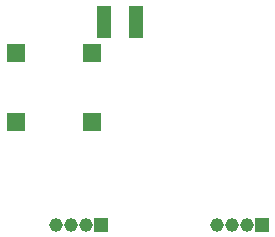
<source format=gbs>
%FSTAX23Y23*%
%MOIN*%
%SFA1B1*%

%IPPOS*%
%ADD47C,0.045275*%
%ADD48R,0.045275X0.045275*%
%ADD49R,0.064960X0.064960*%
%ADD64R,0.049212X0.108268*%
%LNfinal_1_board-1*%
%LPD*%
G54D47*
X-00372Y-00164D03*
X-00322D03*
X-00272D03*
X00264D03*
X00214D03*
X00164D03*
G54D48*
X-00222Y-00164D03*
X00314D03*
G54D49*
X-00505Y00179D03*
Y00407D03*
X-00253Y00179D03*
Y00407D03*
G54D64*
X-00107Y00512D03*
X-00214D03*
M02*
</source>
